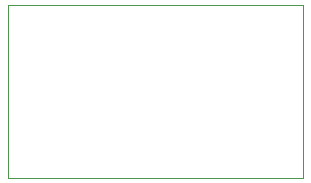
<source format=gm1>
%TF.GenerationSoftware,KiCad,Pcbnew,6.0.5-a6ca702e91~116~ubuntu20.04.1*%
%TF.CreationDate,2022-06-08T10:32:40+02:00*%
%TF.ProjectId,mini-pcb-3-to-5V-booster,6d696e69-2d70-4636-922d-332d746f2d35,rev?*%
%TF.SameCoordinates,Original*%
%TF.FileFunction,Profile,NP*%
%FSLAX46Y46*%
G04 Gerber Fmt 4.6, Leading zero omitted, Abs format (unit mm)*
G04 Created by KiCad (PCBNEW 6.0.5-a6ca702e91~116~ubuntu20.04.1) date 2022-06-08 10:32:40*
%MOMM*%
%LPD*%
G01*
G04 APERTURE LIST*
%TA.AperFunction,Profile*%
%ADD10C,0.100000*%
%TD*%
G04 APERTURE END LIST*
D10*
X92250000Y-65925000D02*
X117250000Y-65925000D01*
X117250000Y-80600000D02*
X92250000Y-80600000D01*
X117250000Y-65925000D02*
X117250000Y-80600000D01*
X92250000Y-80600000D02*
X92250000Y-65925000D01*
M02*

</source>
